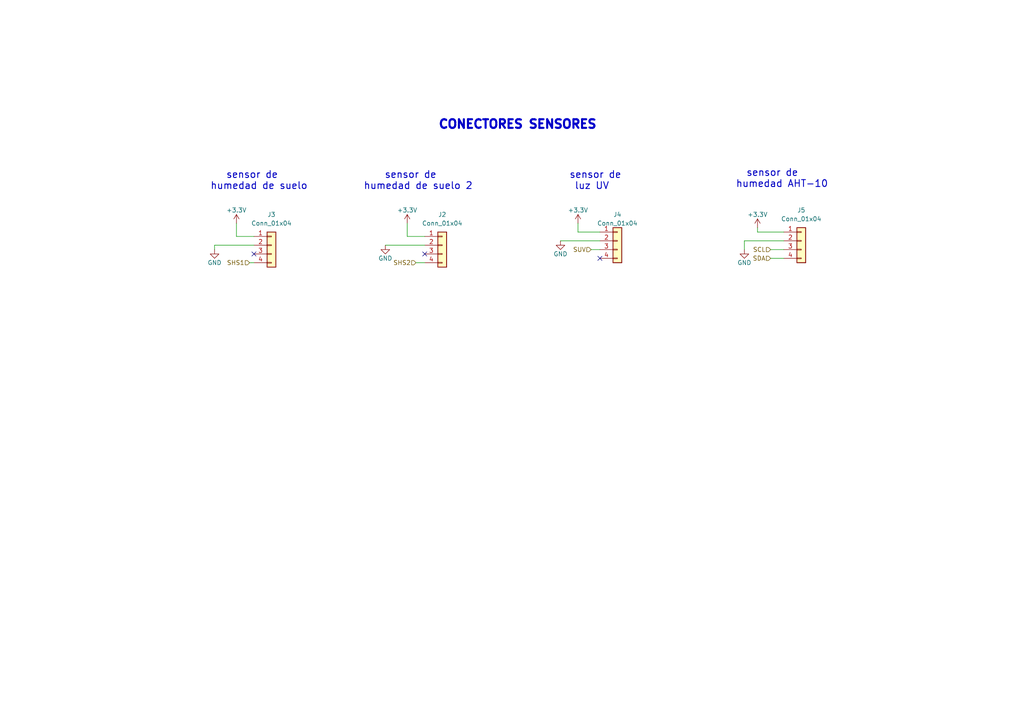
<source format=kicad_sch>
(kicad_sch (version 20230121) (generator eeschema)
  (paper "A4")
  (lib_symbols
    (symbol "Connector_Generic:Conn_01x04" (pin_names (offset 1.016) hide)
      (property "Reference" "J" (at 0 5.08 0))
      (property "Value" "Conn_01x04" (at 0 -7.62 0))
      (symbol "Conn_01x04_1_1"
        (rectangle (start -1.27 -4.953) (end 0 -5.207) (stroke (width 0.1524)))
        (rectangle (start -1.27 -2.413) (end 0 -2.667) (stroke (width 0.1524)))
        (rectangle (start -1.27 0.127) (end 0 -0.127) (stroke (width 0.1524)))
        (rectangle (start -1.27 2.667) (end 0 2.413) (stroke (width 0.1524)))
        (rectangle (start -1.27 3.81) (end 1.27 -6.35) (stroke (width 0.254)) (fill (type background)))
        (pin passive line (at -5.08 2.54 0) (length 3.81) (name "Pin_1") (number "1"))
        (pin passive line (at -5.08 0 0) (length 3.81) (name "Pin_2") (number "2"))
        (pin passive line (at -5.08 -2.54 0) (length 3.81) (name "Pin_3") (number "3"))
        (pin passive line (at -5.08 -5.08 0) (length 3.81) (name "Pin_4") (number "4"))
      )
    )
    (symbol "power:+3.3V" (power) (pin_names (offset 0))
      (property "Value" "+3.3V" (at 0 3.556 0))
      (symbol "+3.3V_0_1"
        (polyline (pts (xy -0.762 1.27) (xy 0 2.54)))
        (polyline (pts (xy 0 0) (xy 0 2.54)))
        (polyline (pts (xy 0 2.54) (xy 0.762 1.27)))
      )
      (symbol "+3.3V_1_1"
        (pin power_in line (at 0 0 90) (length 0) hide (name "+3.3V") (number "1"))
      )
    )
    (symbol "power:GND" (power) (pin_names (offset 0))
      (property "Value" "GND" (at 0 -3.81 0))
      (symbol "GND_0_1"
        (polyline (pts (xy 0 0) (xy 0 -1.27) (xy 1.27 -1.27) (xy 0 -2.54) (xy -1.27 -1.27) (xy 0 -1.27)))
      )
      (symbol "GND_1_1"
        (pin power_in line (at 0 0 270) (length 0) hide (name "GND") (number "1"))
      )
    )
  )
  (no_connect (at 173.99 74.93))
  (no_connect (at 73.66 73.66))
  (no_connect (at 123.19 73.66))
  (wire (pts (xy 227.33 69.85) (xy 215.9 69.85)))
  (wire (pts (xy 215.9 69.85) (xy 215.9 72.39)))
  (wire (pts (xy 123.19 68.58) (xy 118.11 68.58)))
  (wire (pts (xy 73.66 68.58) (xy 68.58 68.58)))
  (wire (pts (xy 173.99 67.31) (xy 167.64 67.31)))
  (wire (pts (xy 223.52 74.93) (xy 227.33 74.93)))
  (wire (pts (xy 223.52 72.39) (xy 227.33 72.39)))
  (wire (pts (xy 219.71 67.31) (xy 219.71 66.04)))
  (wire (pts (xy 73.66 71.12) (xy 62.23 71.12)))
  (wire (pts (xy 68.58 68.58) (xy 68.58 64.77)))
  (wire (pts (xy 173.99 69.85) (xy 162.56 69.85)))
  (wire (pts (xy 62.23 71.12) (xy 62.23 72.39)))
  (wire (pts (xy 72.39 76.2) (xy 73.66 76.2)))
  (wire (pts (xy 118.11 68.58) (xy 118.11 64.77)))
  (wire (pts (xy 171.45 72.39) (xy 173.99 72.39)))
  (wire (pts (xy 167.64 67.31) (xy 167.64 64.77)))
  (wire (pts (xy 227.33 67.31) (xy 219.71 67.31)))
  (wire (pts (xy 123.19 71.12) (xy 111.76 71.12)))
  (wire (pts (xy 120.65 76.2) (xy 123.19 76.2)))
  (text "sensor de\n luz UV\n\n" (at 165.1 58.42 0) (effects (font (size 2 2) (thickness 0.254) bold) (justify left bottom)))
  (text "   sensor de \nhumedad de suelo\n\n" (at 60.96 58.42 0) (effects (font (size 2 2) (thickness 0.254) bold) (justify left bottom)))
  (text "    sensor de \nhumedad de suelo 2\n\n" (at 105.41 58.42 0) (effects (font (size 2 2) (thickness 0.254) bold) (justify left bottom)))
  (text "CONECTORES SENSORES\n\n " (at 127 45.72 0) (effects (font (size 2.5 2.5) (thickness 0.6) bold) (justify left bottom)))
  (text "  sensor de \nhumedad AHT-10\n" (at 213.36 54.61 0) (effects (font (size 2 2) (thickness 0.254) bold) (justify left bottom)))
  (hierarchical_label "SUV" (shape input) (at 171.45 72.39 180))
  (hierarchical_label "SDA" (shape input) (at 223.52 74.93 180))
  (hierarchical_label "SHS2" (shape input) (at 120.65 76.2 180))
  (hierarchical_label "SCL" (shape input) (at 223.52 72.39 180))
  (hierarchical_label "SHS1" (shape input) (at 72.39 76.2 180))
  (symbol (lib_id "power:+3.3V") (at 219.71 66.04 0) (mirror y) (unit 1)
    (property "Reference" "#PWR09" (effects hide))
    (property "Value" "+3.3V" (at 219.71 62.23 0))
    (instances (project "board_pf_cese" (path "" (reference "#PWR09") (unit 1)) (path "" (reference "#PWR07") (unit 1))))
  )
  (symbol (lib_id "Connector_Generic:Conn_01x04") (at 128.27 71.12 0) (unit 1)
    (property "Reference" "J2" (at 128.27 62.23 0))
    (property "Value" "Conn_01x04" (at 128.27 64.77 0))
    (property "Footprint" "Connector_PinSocket_2.54mm:PinSocket_1x04_P2.54mm_Vertical" (effects hide))
  )
  (symbol (lib_id "power:GND") (at 111.76 71.12 0) (mirror y) (unit 1)
    (property "Reference" "#PWR04" (effects hide))
    (property "Value" "GND" (at 111.76 74.93 0))
    (instances (project "board_pf_cese" (path "" (reference "#PWR04") (unit 1)) (path "" (reference "#PWR06") (unit 1))))
  )
  (symbol (lib_id "power:GND") (at 162.56 69.85 0) (mirror y) (unit 1)
    (property "Reference" "#PWR08" (effects hide))
    (property "Value" "GND" (at 162.56 73.66 0))
    (instances (project "board_pf_cese" (path "" (reference "#PWR08") (unit 1)) (path "" (reference "#PWR04") (unit 1))))
  )
  (symbol (lib_id "power:+3.3V") (at 118.11 64.77 0) (mirror y) (unit 1)
    (property "Reference" "#PWR03" (effects hide))
    (property "Value" "+3.3V" (at 118.11 60.96 0))
    (instances (project "board_pf_cese" (path "" (reference "#PWR03") (unit 1)) (path "" (reference "#PWR05") (unit 1))))
  )
  (symbol (lib_id "power:GND") (at 62.23 72.39 0) (mirror y) (unit 1)
    (property "Reference" "#PWR06" (effects hide))
    (property "Value" "GND" (at 62.23 76.2 0))
    (instances (project "board_pf_cese" (path "" (reference "#PWR06") (unit 1)) (path "" (reference "#PWR02") (unit 1))))
  )
  (symbol (lib_id "Connector_Generic:Conn_01x04") (at 78.74 71.12 0) (unit 1)
    (property "Reference" "J3" (at 78.74 62.23 0))
    (property "Value" "Conn_01x04" (at 78.74 64.77 0))
    (property "Footprint" "Connector_PinSocket_2.54mm:PinSocket_1x04_P2.54mm_Vertical" (effects hide))
  )
  (symbol (lib_id "Connector_Generic:Conn_01x04") (at 179.07 69.85 0) (unit 1)
    (property "Reference" "J4" (at 179.07 62.23 0))
    (property "Value" "Conn_01x04" (at 179.07 64.77 0))
    (property "Footprint" "Connector_PinSocket_2.54mm:PinSocket_1x04_P2.54mm_Vertical" (effects hide))
  )
  (symbol (lib_id "power:+3.3V") (at 167.64 64.77 0) (mirror y) (unit 1)
    (property "Reference" "#PWR07" (effects hide))
    (property "Value" "+3.3V" (at 167.64 60.96 0))
    (instances (project "board_pf_cese" (path "" (reference "#PWR07") (unit 1)) (path "" (reference "#PWR03") (unit 1))))
  )
  (symbol (lib_id "power:GND") (at 215.9 72.39 0) (mirror y) (unit 1)
    (property "Reference" "#PWR010" (effects hide))
    (property "Value" "GND" (at 215.9 76.2 0))
    (instances (project "board_pf_cese" (path "" (reference "#PWR010") (unit 1)) (path "" (reference "#PWR08") (unit 1))))
  )
  (symbol (lib_id "Connector_Generic:Conn_01x04") (at 232.41 69.85 0) (unit 1)
    (property "Reference" "J5" (at 232.41 60.96 0))
    (property "Value" "Conn_01x04" (at 232.41 63.5 0))
    (property "Footprint" "Connector_PinSocket_2.54mm:PinSocket_1x04_P2.54mm_Vertical" (effects hide))
  )
  (symbol (lib_id "power:+3.3V") (at 68.58 64.77 0) (mirror y) (unit 1)
    (property "Reference" "#PWR05" (effects hide))
    (property "Value" "+3.3V" (at 68.58 60.96 0))
    (instances (project "board_pf_cese" (path "" (reference "#PWR05") (unit 1)) (path "" (reference "#PWR01") (unit 1))))
  )
)
</source>
